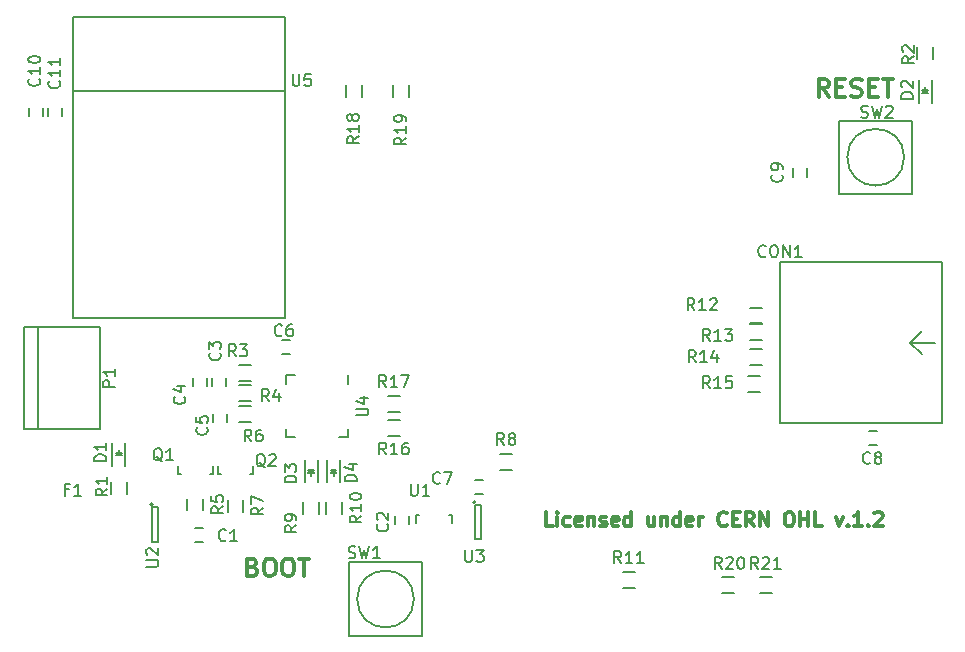
<source format=gto>
G04 #@! TF.GenerationSoftware,KiCad,Pcbnew,5.0.2-bee76a0~70~ubuntu18.04.1*
G04 #@! TF.CreationDate,2018-12-12T07:55:55+01:00*
G04 #@! TF.ProjectId,esp32-arduino,65737033-322d-4617-9264-75696e6f2e6b,1.0*
G04 #@! TF.SameCoordinates,Original*
G04 #@! TF.FileFunction,Legend,Top*
G04 #@! TF.FilePolarity,Positive*
%FSLAX46Y46*%
G04 Gerber Fmt 4.6, Leading zero omitted, Abs format (unit mm)*
G04 Created by KiCad (PCBNEW 5.0.2-bee76a0~70~ubuntu18.04.1) date Mi 12 Dez 2018 07:55:55 CET*
%MOMM*%
%LPD*%
G01*
G04 APERTURE LIST*
%ADD10C,0.300000*%
%ADD11C,0.150000*%
G04 APERTURE END LIST*
D10*
X64664285Y-123592857D02*
X64878571Y-123664285D01*
X64950000Y-123735714D01*
X65021428Y-123878571D01*
X65021428Y-124092857D01*
X64950000Y-124235714D01*
X64878571Y-124307142D01*
X64735714Y-124378571D01*
X64164285Y-124378571D01*
X64164285Y-122878571D01*
X64664285Y-122878571D01*
X64807142Y-122950000D01*
X64878571Y-123021428D01*
X64950000Y-123164285D01*
X64950000Y-123307142D01*
X64878571Y-123450000D01*
X64807142Y-123521428D01*
X64664285Y-123592857D01*
X64164285Y-123592857D01*
X65950000Y-122878571D02*
X66235714Y-122878571D01*
X66378571Y-122950000D01*
X66521428Y-123092857D01*
X66592857Y-123378571D01*
X66592857Y-123878571D01*
X66521428Y-124164285D01*
X66378571Y-124307142D01*
X66235714Y-124378571D01*
X65950000Y-124378571D01*
X65807142Y-124307142D01*
X65664285Y-124164285D01*
X65592857Y-123878571D01*
X65592857Y-123378571D01*
X65664285Y-123092857D01*
X65807142Y-122950000D01*
X65950000Y-122878571D01*
X67521428Y-122878571D02*
X67807142Y-122878571D01*
X67950000Y-122950000D01*
X68092857Y-123092857D01*
X68164285Y-123378571D01*
X68164285Y-123878571D01*
X68092857Y-124164285D01*
X67950000Y-124307142D01*
X67807142Y-124378571D01*
X67521428Y-124378571D01*
X67378571Y-124307142D01*
X67235714Y-124164285D01*
X67164285Y-123878571D01*
X67164285Y-123378571D01*
X67235714Y-123092857D01*
X67378571Y-122950000D01*
X67521428Y-122878571D01*
X68592857Y-122878571D02*
X69450000Y-122878571D01*
X69021428Y-124378571D02*
X69021428Y-122878571D01*
X113421428Y-83778571D02*
X112921428Y-83064285D01*
X112564285Y-83778571D02*
X112564285Y-82278571D01*
X113135714Y-82278571D01*
X113278571Y-82350000D01*
X113350000Y-82421428D01*
X113421428Y-82564285D01*
X113421428Y-82778571D01*
X113350000Y-82921428D01*
X113278571Y-82992857D01*
X113135714Y-83064285D01*
X112564285Y-83064285D01*
X114064285Y-82992857D02*
X114564285Y-82992857D01*
X114778571Y-83778571D02*
X114064285Y-83778571D01*
X114064285Y-82278571D01*
X114778571Y-82278571D01*
X115350000Y-83707142D02*
X115564285Y-83778571D01*
X115921428Y-83778571D01*
X116064285Y-83707142D01*
X116135714Y-83635714D01*
X116207142Y-83492857D01*
X116207142Y-83350000D01*
X116135714Y-83207142D01*
X116064285Y-83135714D01*
X115921428Y-83064285D01*
X115635714Y-82992857D01*
X115492857Y-82921428D01*
X115421428Y-82850000D01*
X115350000Y-82707142D01*
X115350000Y-82564285D01*
X115421428Y-82421428D01*
X115492857Y-82350000D01*
X115635714Y-82278571D01*
X115992857Y-82278571D01*
X116207142Y-82350000D01*
X116850000Y-82992857D02*
X117350000Y-82992857D01*
X117564285Y-83778571D02*
X116850000Y-83778571D01*
X116850000Y-82278571D01*
X117564285Y-82278571D01*
X117992857Y-82278571D02*
X118850000Y-82278571D01*
X118421428Y-83778571D02*
X118421428Y-82278571D01*
X90042857Y-120142857D02*
X89471428Y-120142857D01*
X89471428Y-118942857D01*
X90442857Y-120142857D02*
X90442857Y-119342857D01*
X90442857Y-118942857D02*
X90385714Y-119000000D01*
X90442857Y-119057142D01*
X90500000Y-119000000D01*
X90442857Y-118942857D01*
X90442857Y-119057142D01*
X91528571Y-120085714D02*
X91414285Y-120142857D01*
X91185714Y-120142857D01*
X91071428Y-120085714D01*
X91014285Y-120028571D01*
X90957142Y-119914285D01*
X90957142Y-119571428D01*
X91014285Y-119457142D01*
X91071428Y-119400000D01*
X91185714Y-119342857D01*
X91414285Y-119342857D01*
X91528571Y-119400000D01*
X92500000Y-120085714D02*
X92385714Y-120142857D01*
X92157142Y-120142857D01*
X92042857Y-120085714D01*
X91985714Y-119971428D01*
X91985714Y-119514285D01*
X92042857Y-119400000D01*
X92157142Y-119342857D01*
X92385714Y-119342857D01*
X92500000Y-119400000D01*
X92557142Y-119514285D01*
X92557142Y-119628571D01*
X91985714Y-119742857D01*
X93071428Y-119342857D02*
X93071428Y-120142857D01*
X93071428Y-119457142D02*
X93128571Y-119400000D01*
X93242857Y-119342857D01*
X93414285Y-119342857D01*
X93528571Y-119400000D01*
X93585714Y-119514285D01*
X93585714Y-120142857D01*
X94100000Y-120085714D02*
X94214285Y-120142857D01*
X94442857Y-120142857D01*
X94557142Y-120085714D01*
X94614285Y-119971428D01*
X94614285Y-119914285D01*
X94557142Y-119800000D01*
X94442857Y-119742857D01*
X94271428Y-119742857D01*
X94157142Y-119685714D01*
X94100000Y-119571428D01*
X94100000Y-119514285D01*
X94157142Y-119400000D01*
X94271428Y-119342857D01*
X94442857Y-119342857D01*
X94557142Y-119400000D01*
X95585714Y-120085714D02*
X95471428Y-120142857D01*
X95242857Y-120142857D01*
X95128571Y-120085714D01*
X95071428Y-119971428D01*
X95071428Y-119514285D01*
X95128571Y-119400000D01*
X95242857Y-119342857D01*
X95471428Y-119342857D01*
X95585714Y-119400000D01*
X95642857Y-119514285D01*
X95642857Y-119628571D01*
X95071428Y-119742857D01*
X96671428Y-120142857D02*
X96671428Y-118942857D01*
X96671428Y-120085714D02*
X96557142Y-120142857D01*
X96328571Y-120142857D01*
X96214285Y-120085714D01*
X96157142Y-120028571D01*
X96100000Y-119914285D01*
X96100000Y-119571428D01*
X96157142Y-119457142D01*
X96214285Y-119400000D01*
X96328571Y-119342857D01*
X96557142Y-119342857D01*
X96671428Y-119400000D01*
X98671428Y-119342857D02*
X98671428Y-120142857D01*
X98157142Y-119342857D02*
X98157142Y-119971428D01*
X98214285Y-120085714D01*
X98328571Y-120142857D01*
X98500000Y-120142857D01*
X98614285Y-120085714D01*
X98671428Y-120028571D01*
X99242857Y-119342857D02*
X99242857Y-120142857D01*
X99242857Y-119457142D02*
X99300000Y-119400000D01*
X99414285Y-119342857D01*
X99585714Y-119342857D01*
X99700000Y-119400000D01*
X99757142Y-119514285D01*
X99757142Y-120142857D01*
X100842857Y-120142857D02*
X100842857Y-118942857D01*
X100842857Y-120085714D02*
X100728571Y-120142857D01*
X100500000Y-120142857D01*
X100385714Y-120085714D01*
X100328571Y-120028571D01*
X100271428Y-119914285D01*
X100271428Y-119571428D01*
X100328571Y-119457142D01*
X100385714Y-119400000D01*
X100500000Y-119342857D01*
X100728571Y-119342857D01*
X100842857Y-119400000D01*
X101871428Y-120085714D02*
X101757142Y-120142857D01*
X101528571Y-120142857D01*
X101414285Y-120085714D01*
X101357142Y-119971428D01*
X101357142Y-119514285D01*
X101414285Y-119400000D01*
X101528571Y-119342857D01*
X101757142Y-119342857D01*
X101871428Y-119400000D01*
X101928571Y-119514285D01*
X101928571Y-119628571D01*
X101357142Y-119742857D01*
X102442857Y-120142857D02*
X102442857Y-119342857D01*
X102442857Y-119571428D02*
X102500000Y-119457142D01*
X102557142Y-119400000D01*
X102671428Y-119342857D01*
X102785714Y-119342857D01*
X104785714Y-120028571D02*
X104728571Y-120085714D01*
X104557142Y-120142857D01*
X104442857Y-120142857D01*
X104271428Y-120085714D01*
X104157142Y-119971428D01*
X104100000Y-119857142D01*
X104042857Y-119628571D01*
X104042857Y-119457142D01*
X104100000Y-119228571D01*
X104157142Y-119114285D01*
X104271428Y-119000000D01*
X104442857Y-118942857D01*
X104557142Y-118942857D01*
X104728571Y-119000000D01*
X104785714Y-119057142D01*
X105300000Y-119514285D02*
X105700000Y-119514285D01*
X105871428Y-120142857D02*
X105300000Y-120142857D01*
X105300000Y-118942857D01*
X105871428Y-118942857D01*
X107071428Y-120142857D02*
X106671428Y-119571428D01*
X106385714Y-120142857D02*
X106385714Y-118942857D01*
X106842857Y-118942857D01*
X106957142Y-119000000D01*
X107014285Y-119057142D01*
X107071428Y-119171428D01*
X107071428Y-119342857D01*
X107014285Y-119457142D01*
X106957142Y-119514285D01*
X106842857Y-119571428D01*
X106385714Y-119571428D01*
X107585714Y-120142857D02*
X107585714Y-118942857D01*
X108271428Y-120142857D01*
X108271428Y-118942857D01*
X109985714Y-118942857D02*
X110214285Y-118942857D01*
X110328571Y-119000000D01*
X110442857Y-119114285D01*
X110500000Y-119342857D01*
X110500000Y-119742857D01*
X110442857Y-119971428D01*
X110328571Y-120085714D01*
X110214285Y-120142857D01*
X109985714Y-120142857D01*
X109871428Y-120085714D01*
X109757142Y-119971428D01*
X109700000Y-119742857D01*
X109700000Y-119342857D01*
X109757142Y-119114285D01*
X109871428Y-119000000D01*
X109985714Y-118942857D01*
X111014285Y-120142857D02*
X111014285Y-118942857D01*
X111014285Y-119514285D02*
X111700000Y-119514285D01*
X111700000Y-120142857D02*
X111700000Y-118942857D01*
X112842857Y-120142857D02*
X112271428Y-120142857D01*
X112271428Y-118942857D01*
X114042857Y-119342857D02*
X114328571Y-120142857D01*
X114614285Y-119342857D01*
X115071428Y-120028571D02*
X115128571Y-120085714D01*
X115071428Y-120142857D01*
X115014285Y-120085714D01*
X115071428Y-120028571D01*
X115071428Y-120142857D01*
X116271428Y-120142857D02*
X115585714Y-120142857D01*
X115928571Y-120142857D02*
X115928571Y-118942857D01*
X115814285Y-119114285D01*
X115700000Y-119228571D01*
X115585714Y-119285714D01*
X116785714Y-120028571D02*
X116842857Y-120085714D01*
X116785714Y-120142857D01*
X116728571Y-120085714D01*
X116785714Y-120028571D01*
X116785714Y-120142857D01*
X117300000Y-119057142D02*
X117357142Y-119000000D01*
X117471428Y-118942857D01*
X117757142Y-118942857D01*
X117871428Y-119000000D01*
X117928571Y-119057142D01*
X117985714Y-119171428D01*
X117985714Y-119285714D01*
X117928571Y-119457142D01*
X117242857Y-120142857D01*
X117985714Y-120142857D01*
D11*
G04 #@! TO.C,C6*
X67150000Y-104400000D02*
X67850000Y-104400000D01*
X67850000Y-105600000D02*
X67150000Y-105600000D01*
G04 #@! TO.C,C1*
X60450000Y-121500000D02*
X59750000Y-121500000D01*
X59750000Y-120300000D02*
X60450000Y-120300000D01*
G04 #@! TO.C,C2*
X76700000Y-119950000D02*
X76700000Y-119250000D01*
X77900000Y-119250000D02*
X77900000Y-119950000D01*
G04 #@! TO.C,R1*
X52625000Y-117400000D02*
X52625000Y-116400000D01*
X53975000Y-116400000D02*
X53975000Y-117400000D01*
G04 #@! TO.C,R2*
X120925000Y-80600000D02*
X120925000Y-79600000D01*
X122275000Y-79600000D02*
X122275000Y-80600000D01*
G04 #@! TO.C,C3*
X61200000Y-108250000D02*
X61200000Y-107550000D01*
X62400000Y-107550000D02*
X62400000Y-108250000D01*
G04 #@! TO.C,C4*
X59600000Y-108250000D02*
X59600000Y-107550000D01*
X60800000Y-107550000D02*
X60800000Y-108250000D01*
G04 #@! TO.C,C10*
X46900000Y-84750000D02*
X46900000Y-85450000D01*
X45700000Y-85450000D02*
X45700000Y-84750000D01*
G04 #@! TO.C,C11*
X48500000Y-84700000D02*
X48500000Y-85400000D01*
X47300000Y-85400000D02*
X47300000Y-84700000D01*
G04 #@! TO.C,D1*
X53550000Y-113900000D02*
X53300000Y-114150000D01*
X53050000Y-113900000D02*
X53550000Y-113900000D01*
X53300000Y-114150000D02*
X53050000Y-113900000D01*
X53050000Y-114150000D02*
X53550000Y-114150000D01*
X53300000Y-114100000D02*
X53300000Y-113650000D01*
X52750000Y-115000000D02*
X52750000Y-113100000D01*
X53850000Y-115000000D02*
X53850000Y-113100000D01*
G04 #@! TO.C,U2*
X56150000Y-118550000D02*
X56150000Y-121450000D01*
X56150000Y-121450000D02*
X56650000Y-121450000D01*
X56650000Y-121450000D02*
X56650000Y-118550000D01*
X56650000Y-118550000D02*
X56150000Y-118550000D01*
X56200000Y-118300000D02*
G75*
G03X56200000Y-118300000I-100000J0D01*
G01*
G04 #@! TO.C,C5*
X62500000Y-110650000D02*
X62500000Y-111350000D01*
X61300000Y-111350000D02*
X61300000Y-110650000D01*
G04 #@! TO.C,C7*
X83450000Y-116200000D02*
X84150000Y-116200000D01*
X84150000Y-117400000D02*
X83450000Y-117400000D01*
G04 #@! TO.C,C8*
X117550000Y-113300000D02*
X116850000Y-113300000D01*
X116850000Y-112100000D02*
X117550000Y-112100000D01*
G04 #@! TO.C,C9*
X111600000Y-89850000D02*
X111600000Y-90550000D01*
X110400000Y-90550000D02*
X110400000Y-89850000D01*
G04 #@! TO.C,D2*
X121850000Y-83200000D02*
X121600000Y-83450000D01*
X121350000Y-83200000D02*
X121850000Y-83200000D01*
X121600000Y-83450000D02*
X121350000Y-83200000D01*
X121350000Y-83450000D02*
X121850000Y-83450000D01*
X121600000Y-83400000D02*
X121600000Y-82950000D01*
X121050000Y-84300000D02*
X121050000Y-82400000D01*
X122150000Y-84300000D02*
X122150000Y-82400000D01*
G04 #@! TO.C,D3*
X69350000Y-115600000D02*
X69600000Y-115350000D01*
X69850000Y-115600000D02*
X69350000Y-115600000D01*
X69600000Y-115350000D02*
X69850000Y-115600000D01*
X69850000Y-115350000D02*
X69350000Y-115350000D01*
X69600000Y-115400000D02*
X69600000Y-115850000D01*
X70150000Y-114500000D02*
X70150000Y-116400000D01*
X69050000Y-114500000D02*
X69050000Y-116400000D01*
G04 #@! TO.C,D4*
X71250000Y-115600000D02*
X71500000Y-115350000D01*
X71750000Y-115600000D02*
X71250000Y-115600000D01*
X71500000Y-115350000D02*
X71750000Y-115600000D01*
X71750000Y-115350000D02*
X71250000Y-115350000D01*
X71500000Y-115400000D02*
X71500000Y-115850000D01*
X72050000Y-114500000D02*
X72050000Y-116400000D01*
X70950000Y-114500000D02*
X70950000Y-116400000D01*
G04 #@! TO.C,P1*
X45282540Y-103249100D02*
X51687540Y-103249100D01*
X46512540Y-111949100D02*
X46512540Y-103249100D01*
X51687540Y-111949100D02*
X45282540Y-111949100D01*
X51687540Y-103249100D02*
X51687540Y-111949100D01*
X45282540Y-103249100D02*
X45282540Y-111949100D01*
G04 #@! TO.C,R3*
X64500000Y-107875000D02*
X63500000Y-107875000D01*
X63500000Y-106525000D02*
X64500000Y-106525000D01*
G04 #@! TO.C,R4*
X63500000Y-108225000D02*
X64500000Y-108225000D01*
X64500000Y-109575000D02*
X63500000Y-109575000D01*
G04 #@! TO.C,R5*
X60475000Y-117800000D02*
X60475000Y-118800000D01*
X59125000Y-118800000D02*
X59125000Y-117800000D01*
G04 #@! TO.C,R6*
X64500000Y-111275000D02*
X63500000Y-111275000D01*
X63500000Y-109925000D02*
X64500000Y-109925000D01*
G04 #@! TO.C,R7*
X63875000Y-117900000D02*
X63875000Y-118900000D01*
X62525000Y-118900000D02*
X62525000Y-117900000D01*
G04 #@! TO.C,R8*
X86600000Y-115375000D02*
X85600000Y-115375000D01*
X85600000Y-114025000D02*
X86600000Y-114025000D01*
G04 #@! TO.C,R9*
X70275000Y-118100000D02*
X70275000Y-119100000D01*
X68925000Y-119100000D02*
X68925000Y-118100000D01*
G04 #@! TO.C,R10*
X72175000Y-118100000D02*
X72175000Y-119100000D01*
X70825000Y-119100000D02*
X70825000Y-118100000D01*
G04 #@! TO.C,R11*
X96000000Y-124025000D02*
X97000000Y-124025000D01*
X97000000Y-125375000D02*
X96000000Y-125375000D01*
G04 #@! TO.C,U4*
X72725000Y-112625000D02*
X72725000Y-111875000D01*
X67475000Y-112625000D02*
X67475000Y-111875000D01*
X67475000Y-107375000D02*
X67475000Y-108125000D01*
X72725000Y-107375000D02*
X72725000Y-108125000D01*
X67475000Y-112625000D02*
X68225000Y-112625000D01*
X67475000Y-107375000D02*
X68225000Y-107375000D01*
X72725000Y-112625000D02*
X71975000Y-112625000D01*
G04 #@! TO.C,U5*
X49400000Y-83300000D02*
X67400000Y-83300000D01*
X49400000Y-102500000D02*
X49400000Y-77000000D01*
X67400000Y-102500000D02*
X49400000Y-102500000D01*
X67400000Y-77000000D02*
X67400000Y-102500000D01*
X49400000Y-77000000D02*
X67400000Y-77000000D01*
G04 #@! TO.C,Q1*
X58300180Y-115750240D02*
X58300180Y-115049200D01*
X58500840Y-115750240D02*
X58300180Y-115750240D01*
X61299820Y-115750240D02*
X61050900Y-115750240D01*
X61299820Y-115049200D02*
X61299820Y-115750240D01*
X58500840Y-115750240D02*
X58549100Y-115750240D01*
G04 #@! TO.C,Q2*
X61700180Y-115750240D02*
X61700180Y-115049200D01*
X61900840Y-115750240D02*
X61700180Y-115750240D01*
X64699820Y-115750240D02*
X64450900Y-115750240D01*
X64699820Y-115049200D02*
X64699820Y-115750240D01*
X61900840Y-115750240D02*
X61949100Y-115750240D01*
G04 #@! TO.C,U1*
X81499820Y-119149760D02*
X81499820Y-119850800D01*
X81299160Y-119149760D02*
X81499820Y-119149760D01*
X78500180Y-119149760D02*
X78749100Y-119149760D01*
X78500180Y-119850800D02*
X78500180Y-119149760D01*
X81299160Y-119149760D02*
X81250900Y-119149760D01*
G04 #@! TO.C,U3*
X83450000Y-118350000D02*
X83450000Y-121250000D01*
X83450000Y-121250000D02*
X83950000Y-121250000D01*
X83950000Y-121250000D02*
X83950000Y-118350000D01*
X83950000Y-118350000D02*
X83450000Y-118350000D01*
X83500000Y-118100000D02*
G75*
G03X83500000Y-118100000I-100000J0D01*
G01*
G04 #@! TO.C,SW1*
X78304163Y-126300000D02*
G75*
G03X78304163Y-126300000I-2404163J0D01*
G01*
X72800000Y-129400000D02*
X72800000Y-123200000D01*
X79000000Y-129400000D02*
X72800000Y-129400000D01*
X79000000Y-123200000D02*
X79000000Y-129400000D01*
X72800000Y-123200000D02*
X79000000Y-123200000D01*
G04 #@! TO.C,SW2*
X119804163Y-88900000D02*
G75*
G03X119804163Y-88900000I-2404163J0D01*
G01*
X114300000Y-92000000D02*
X114300000Y-85800000D01*
X120500000Y-92000000D02*
X114300000Y-92000000D01*
X120500000Y-85800000D02*
X120500000Y-92000000D01*
X114300000Y-85800000D02*
X120500000Y-85800000D01*
G04 #@! TO.C,CON1*
X121300000Y-105600000D02*
X120300000Y-104600000D01*
X120300000Y-104600000D02*
X121300000Y-103600000D01*
X122400000Y-104600000D02*
X120300000Y-104600000D01*
X123000000Y-111400000D02*
X109400000Y-111400000D01*
X123000000Y-97800000D02*
X123000000Y-111400000D01*
X109300000Y-97800000D02*
X123000000Y-97800000D01*
X109300000Y-111400000D02*
X109300000Y-97800000D01*
G04 #@! TO.C,R12*
X106800000Y-101625000D02*
X107800000Y-101625000D01*
X107800000Y-102975000D02*
X106800000Y-102975000D01*
G04 #@! TO.C,R13*
X107800000Y-104375000D02*
X106800000Y-104375000D01*
X106800000Y-103025000D02*
X107800000Y-103025000D01*
G04 #@! TO.C,R14*
X106800000Y-105125000D02*
X107800000Y-105125000D01*
X107800000Y-106475000D02*
X106800000Y-106475000D01*
G04 #@! TO.C,R15*
X107600000Y-108775000D02*
X106600000Y-108775000D01*
X106600000Y-107425000D02*
X107600000Y-107425000D01*
G04 #@! TO.C,R16*
X77100000Y-112475000D02*
X76100000Y-112475000D01*
X76100000Y-111125000D02*
X77100000Y-111125000D01*
G04 #@! TO.C,R17*
X76100000Y-109125000D02*
X77100000Y-109125000D01*
X77100000Y-110475000D02*
X76100000Y-110475000D01*
G04 #@! TO.C,R18*
X72525000Y-83800000D02*
X72525000Y-82800000D01*
X73875000Y-82800000D02*
X73875000Y-83800000D01*
G04 #@! TO.C,R19*
X77875000Y-82800000D02*
X77875000Y-83800000D01*
X76525000Y-83800000D02*
X76525000Y-82800000D01*
G04 #@! TO.C,R20*
X104400000Y-124425000D02*
X105400000Y-124425000D01*
X105400000Y-125775000D02*
X104400000Y-125775000D01*
G04 #@! TO.C,R21*
X108600000Y-125775000D02*
X107600000Y-125775000D01*
X107600000Y-124425000D02*
X108600000Y-124425000D01*
G04 #@! TO.C,C6*
X67133333Y-103957142D02*
X67085714Y-104004761D01*
X66942857Y-104052380D01*
X66847619Y-104052380D01*
X66704761Y-104004761D01*
X66609523Y-103909523D01*
X66561904Y-103814285D01*
X66514285Y-103623809D01*
X66514285Y-103480952D01*
X66561904Y-103290476D01*
X66609523Y-103195238D01*
X66704761Y-103100000D01*
X66847619Y-103052380D01*
X66942857Y-103052380D01*
X67085714Y-103100000D01*
X67133333Y-103147619D01*
X67990476Y-103052380D02*
X67800000Y-103052380D01*
X67704761Y-103100000D01*
X67657142Y-103147619D01*
X67561904Y-103290476D01*
X67514285Y-103480952D01*
X67514285Y-103861904D01*
X67561904Y-103957142D01*
X67609523Y-104004761D01*
X67704761Y-104052380D01*
X67895238Y-104052380D01*
X67990476Y-104004761D01*
X68038095Y-103957142D01*
X68085714Y-103861904D01*
X68085714Y-103623809D01*
X68038095Y-103528571D01*
X67990476Y-103480952D01*
X67895238Y-103433333D01*
X67704761Y-103433333D01*
X67609523Y-103480952D01*
X67561904Y-103528571D01*
X67514285Y-103623809D01*
G04 #@! TO.C,C1*
X62383333Y-121307142D02*
X62335714Y-121354761D01*
X62192857Y-121402380D01*
X62097619Y-121402380D01*
X61954761Y-121354761D01*
X61859523Y-121259523D01*
X61811904Y-121164285D01*
X61764285Y-120973809D01*
X61764285Y-120830952D01*
X61811904Y-120640476D01*
X61859523Y-120545238D01*
X61954761Y-120450000D01*
X62097619Y-120402380D01*
X62192857Y-120402380D01*
X62335714Y-120450000D01*
X62383333Y-120497619D01*
X63335714Y-121402380D02*
X62764285Y-121402380D01*
X63050000Y-121402380D02*
X63050000Y-120402380D01*
X62954761Y-120545238D01*
X62859523Y-120640476D01*
X62764285Y-120688095D01*
G04 #@! TO.C,C2*
X76057142Y-119966666D02*
X76104761Y-120014285D01*
X76152380Y-120157142D01*
X76152380Y-120252380D01*
X76104761Y-120395238D01*
X76009523Y-120490476D01*
X75914285Y-120538095D01*
X75723809Y-120585714D01*
X75580952Y-120585714D01*
X75390476Y-120538095D01*
X75295238Y-120490476D01*
X75200000Y-120395238D01*
X75152380Y-120252380D01*
X75152380Y-120157142D01*
X75200000Y-120014285D01*
X75247619Y-119966666D01*
X75247619Y-119585714D02*
X75200000Y-119538095D01*
X75152380Y-119442857D01*
X75152380Y-119204761D01*
X75200000Y-119109523D01*
X75247619Y-119061904D01*
X75342857Y-119014285D01*
X75438095Y-119014285D01*
X75580952Y-119061904D01*
X76152380Y-119633333D01*
X76152380Y-119014285D01*
G04 #@! TO.C,R1*
X52352380Y-116966666D02*
X51876190Y-117300000D01*
X52352380Y-117538095D02*
X51352380Y-117538095D01*
X51352380Y-117157142D01*
X51400000Y-117061904D01*
X51447619Y-117014285D01*
X51542857Y-116966666D01*
X51685714Y-116966666D01*
X51780952Y-117014285D01*
X51828571Y-117061904D01*
X51876190Y-117157142D01*
X51876190Y-117538095D01*
X52352380Y-116014285D02*
X52352380Y-116585714D01*
X52352380Y-116300000D02*
X51352380Y-116300000D01*
X51495238Y-116395238D01*
X51590476Y-116490476D01*
X51638095Y-116585714D01*
G04 #@! TO.C,R2*
X120652380Y-80366666D02*
X120176190Y-80700000D01*
X120652380Y-80938095D02*
X119652380Y-80938095D01*
X119652380Y-80557142D01*
X119700000Y-80461904D01*
X119747619Y-80414285D01*
X119842857Y-80366666D01*
X119985714Y-80366666D01*
X120080952Y-80414285D01*
X120128571Y-80461904D01*
X120176190Y-80557142D01*
X120176190Y-80938095D01*
X119747619Y-79985714D02*
X119700000Y-79938095D01*
X119652380Y-79842857D01*
X119652380Y-79604761D01*
X119700000Y-79509523D01*
X119747619Y-79461904D01*
X119842857Y-79414285D01*
X119938095Y-79414285D01*
X120080952Y-79461904D01*
X120652380Y-80033333D01*
X120652380Y-79414285D01*
G04 #@! TO.C,C3*
X61857142Y-105466666D02*
X61904761Y-105514285D01*
X61952380Y-105657142D01*
X61952380Y-105752380D01*
X61904761Y-105895238D01*
X61809523Y-105990476D01*
X61714285Y-106038095D01*
X61523809Y-106085714D01*
X61380952Y-106085714D01*
X61190476Y-106038095D01*
X61095238Y-105990476D01*
X61000000Y-105895238D01*
X60952380Y-105752380D01*
X60952380Y-105657142D01*
X61000000Y-105514285D01*
X61047619Y-105466666D01*
X60952380Y-105133333D02*
X60952380Y-104514285D01*
X61333333Y-104847619D01*
X61333333Y-104704761D01*
X61380952Y-104609523D01*
X61428571Y-104561904D01*
X61523809Y-104514285D01*
X61761904Y-104514285D01*
X61857142Y-104561904D01*
X61904761Y-104609523D01*
X61952380Y-104704761D01*
X61952380Y-104990476D01*
X61904761Y-105085714D01*
X61857142Y-105133333D01*
G04 #@! TO.C,C4*
X58857142Y-109166666D02*
X58904761Y-109214285D01*
X58952380Y-109357142D01*
X58952380Y-109452380D01*
X58904761Y-109595238D01*
X58809523Y-109690476D01*
X58714285Y-109738095D01*
X58523809Y-109785714D01*
X58380952Y-109785714D01*
X58190476Y-109738095D01*
X58095238Y-109690476D01*
X58000000Y-109595238D01*
X57952380Y-109452380D01*
X57952380Y-109357142D01*
X58000000Y-109214285D01*
X58047619Y-109166666D01*
X58285714Y-108309523D02*
X58952380Y-108309523D01*
X57904761Y-108547619D02*
X58619047Y-108785714D01*
X58619047Y-108166666D01*
G04 #@! TO.C,C10*
X46557142Y-82242857D02*
X46604761Y-82290476D01*
X46652380Y-82433333D01*
X46652380Y-82528571D01*
X46604761Y-82671428D01*
X46509523Y-82766666D01*
X46414285Y-82814285D01*
X46223809Y-82861904D01*
X46080952Y-82861904D01*
X45890476Y-82814285D01*
X45795238Y-82766666D01*
X45700000Y-82671428D01*
X45652380Y-82528571D01*
X45652380Y-82433333D01*
X45700000Y-82290476D01*
X45747619Y-82242857D01*
X46652380Y-81290476D02*
X46652380Y-81861904D01*
X46652380Y-81576190D02*
X45652380Y-81576190D01*
X45795238Y-81671428D01*
X45890476Y-81766666D01*
X45938095Y-81861904D01*
X45652380Y-80671428D02*
X45652380Y-80576190D01*
X45700000Y-80480952D01*
X45747619Y-80433333D01*
X45842857Y-80385714D01*
X46033333Y-80338095D01*
X46271428Y-80338095D01*
X46461904Y-80385714D01*
X46557142Y-80433333D01*
X46604761Y-80480952D01*
X46652380Y-80576190D01*
X46652380Y-80671428D01*
X46604761Y-80766666D01*
X46557142Y-80814285D01*
X46461904Y-80861904D01*
X46271428Y-80909523D01*
X46033333Y-80909523D01*
X45842857Y-80861904D01*
X45747619Y-80814285D01*
X45700000Y-80766666D01*
X45652380Y-80671428D01*
G04 #@! TO.C,C11*
X48257142Y-82442857D02*
X48304761Y-82490476D01*
X48352380Y-82633333D01*
X48352380Y-82728571D01*
X48304761Y-82871428D01*
X48209523Y-82966666D01*
X48114285Y-83014285D01*
X47923809Y-83061904D01*
X47780952Y-83061904D01*
X47590476Y-83014285D01*
X47495238Y-82966666D01*
X47400000Y-82871428D01*
X47352380Y-82728571D01*
X47352380Y-82633333D01*
X47400000Y-82490476D01*
X47447619Y-82442857D01*
X48352380Y-81490476D02*
X48352380Y-82061904D01*
X48352380Y-81776190D02*
X47352380Y-81776190D01*
X47495238Y-81871428D01*
X47590476Y-81966666D01*
X47638095Y-82061904D01*
X48352380Y-80538095D02*
X48352380Y-81109523D01*
X48352380Y-80823809D02*
X47352380Y-80823809D01*
X47495238Y-80919047D01*
X47590476Y-81014285D01*
X47638095Y-81109523D01*
G04 #@! TO.C,D1*
X52252380Y-114638095D02*
X51252380Y-114638095D01*
X51252380Y-114400000D01*
X51300000Y-114257142D01*
X51395238Y-114161904D01*
X51490476Y-114114285D01*
X51680952Y-114066666D01*
X51823809Y-114066666D01*
X52014285Y-114114285D01*
X52109523Y-114161904D01*
X52204761Y-114257142D01*
X52252380Y-114400000D01*
X52252380Y-114638095D01*
X52252380Y-113114285D02*
X52252380Y-113685714D01*
X52252380Y-113400000D02*
X51252380Y-113400000D01*
X51395238Y-113495238D01*
X51490476Y-113590476D01*
X51538095Y-113685714D01*
G04 #@! TO.C,U2*
X55652380Y-123561904D02*
X56461904Y-123561904D01*
X56557142Y-123514285D01*
X56604761Y-123466666D01*
X56652380Y-123371428D01*
X56652380Y-123180952D01*
X56604761Y-123085714D01*
X56557142Y-123038095D01*
X56461904Y-122990476D01*
X55652380Y-122990476D01*
X55747619Y-122561904D02*
X55700000Y-122514285D01*
X55652380Y-122419047D01*
X55652380Y-122180952D01*
X55700000Y-122085714D01*
X55747619Y-122038095D01*
X55842857Y-121990476D01*
X55938095Y-121990476D01*
X56080952Y-122038095D01*
X56652380Y-122609523D01*
X56652380Y-121990476D01*
G04 #@! TO.C,C5*
X60757142Y-111766666D02*
X60804761Y-111814285D01*
X60852380Y-111957142D01*
X60852380Y-112052380D01*
X60804761Y-112195238D01*
X60709523Y-112290476D01*
X60614285Y-112338095D01*
X60423809Y-112385714D01*
X60280952Y-112385714D01*
X60090476Y-112338095D01*
X59995238Y-112290476D01*
X59900000Y-112195238D01*
X59852380Y-112052380D01*
X59852380Y-111957142D01*
X59900000Y-111814285D01*
X59947619Y-111766666D01*
X59852380Y-110861904D02*
X59852380Y-111338095D01*
X60328571Y-111385714D01*
X60280952Y-111338095D01*
X60233333Y-111242857D01*
X60233333Y-111004761D01*
X60280952Y-110909523D01*
X60328571Y-110861904D01*
X60423809Y-110814285D01*
X60661904Y-110814285D01*
X60757142Y-110861904D01*
X60804761Y-110909523D01*
X60852380Y-111004761D01*
X60852380Y-111242857D01*
X60804761Y-111338095D01*
X60757142Y-111385714D01*
G04 #@! TO.C,C7*
X80533333Y-116457142D02*
X80485714Y-116504761D01*
X80342857Y-116552380D01*
X80247619Y-116552380D01*
X80104761Y-116504761D01*
X80009523Y-116409523D01*
X79961904Y-116314285D01*
X79914285Y-116123809D01*
X79914285Y-115980952D01*
X79961904Y-115790476D01*
X80009523Y-115695238D01*
X80104761Y-115600000D01*
X80247619Y-115552380D01*
X80342857Y-115552380D01*
X80485714Y-115600000D01*
X80533333Y-115647619D01*
X80866666Y-115552380D02*
X81533333Y-115552380D01*
X81104761Y-116552380D01*
G04 #@! TO.C,C8*
X116933333Y-114757142D02*
X116885714Y-114804761D01*
X116742857Y-114852380D01*
X116647619Y-114852380D01*
X116504761Y-114804761D01*
X116409523Y-114709523D01*
X116361904Y-114614285D01*
X116314285Y-114423809D01*
X116314285Y-114280952D01*
X116361904Y-114090476D01*
X116409523Y-113995238D01*
X116504761Y-113900000D01*
X116647619Y-113852380D01*
X116742857Y-113852380D01*
X116885714Y-113900000D01*
X116933333Y-113947619D01*
X117504761Y-114280952D02*
X117409523Y-114233333D01*
X117361904Y-114185714D01*
X117314285Y-114090476D01*
X117314285Y-114042857D01*
X117361904Y-113947619D01*
X117409523Y-113900000D01*
X117504761Y-113852380D01*
X117695238Y-113852380D01*
X117790476Y-113900000D01*
X117838095Y-113947619D01*
X117885714Y-114042857D01*
X117885714Y-114090476D01*
X117838095Y-114185714D01*
X117790476Y-114233333D01*
X117695238Y-114280952D01*
X117504761Y-114280952D01*
X117409523Y-114328571D01*
X117361904Y-114376190D01*
X117314285Y-114471428D01*
X117314285Y-114661904D01*
X117361904Y-114757142D01*
X117409523Y-114804761D01*
X117504761Y-114852380D01*
X117695238Y-114852380D01*
X117790476Y-114804761D01*
X117838095Y-114757142D01*
X117885714Y-114661904D01*
X117885714Y-114471428D01*
X117838095Y-114376190D01*
X117790476Y-114328571D01*
X117695238Y-114280952D01*
G04 #@! TO.C,C9*
X109457142Y-90366666D02*
X109504761Y-90414285D01*
X109552380Y-90557142D01*
X109552380Y-90652380D01*
X109504761Y-90795238D01*
X109409523Y-90890476D01*
X109314285Y-90938095D01*
X109123809Y-90985714D01*
X108980952Y-90985714D01*
X108790476Y-90938095D01*
X108695238Y-90890476D01*
X108600000Y-90795238D01*
X108552380Y-90652380D01*
X108552380Y-90557142D01*
X108600000Y-90414285D01*
X108647619Y-90366666D01*
X109552380Y-89890476D02*
X109552380Y-89700000D01*
X109504761Y-89604761D01*
X109457142Y-89557142D01*
X109314285Y-89461904D01*
X109123809Y-89414285D01*
X108742857Y-89414285D01*
X108647619Y-89461904D01*
X108600000Y-89509523D01*
X108552380Y-89604761D01*
X108552380Y-89795238D01*
X108600000Y-89890476D01*
X108647619Y-89938095D01*
X108742857Y-89985714D01*
X108980952Y-89985714D01*
X109076190Y-89938095D01*
X109123809Y-89890476D01*
X109171428Y-89795238D01*
X109171428Y-89604761D01*
X109123809Y-89509523D01*
X109076190Y-89461904D01*
X108980952Y-89414285D01*
G04 #@! TO.C,D2*
X120552380Y-83938095D02*
X119552380Y-83938095D01*
X119552380Y-83700000D01*
X119600000Y-83557142D01*
X119695238Y-83461904D01*
X119790476Y-83414285D01*
X119980952Y-83366666D01*
X120123809Y-83366666D01*
X120314285Y-83414285D01*
X120409523Y-83461904D01*
X120504761Y-83557142D01*
X120552380Y-83700000D01*
X120552380Y-83938095D01*
X119647619Y-82985714D02*
X119600000Y-82938095D01*
X119552380Y-82842857D01*
X119552380Y-82604761D01*
X119600000Y-82509523D01*
X119647619Y-82461904D01*
X119742857Y-82414285D01*
X119838095Y-82414285D01*
X119980952Y-82461904D01*
X120552380Y-83033333D01*
X120552380Y-82414285D01*
G04 #@! TO.C,D3*
X68352380Y-116438095D02*
X67352380Y-116438095D01*
X67352380Y-116200000D01*
X67400000Y-116057142D01*
X67495238Y-115961904D01*
X67590476Y-115914285D01*
X67780952Y-115866666D01*
X67923809Y-115866666D01*
X68114285Y-115914285D01*
X68209523Y-115961904D01*
X68304761Y-116057142D01*
X68352380Y-116200000D01*
X68352380Y-116438095D01*
X67352380Y-115533333D02*
X67352380Y-114914285D01*
X67733333Y-115247619D01*
X67733333Y-115104761D01*
X67780952Y-115009523D01*
X67828571Y-114961904D01*
X67923809Y-114914285D01*
X68161904Y-114914285D01*
X68257142Y-114961904D01*
X68304761Y-115009523D01*
X68352380Y-115104761D01*
X68352380Y-115390476D01*
X68304761Y-115485714D01*
X68257142Y-115533333D01*
G04 #@! TO.C,D4*
X73452380Y-116338095D02*
X72452380Y-116338095D01*
X72452380Y-116100000D01*
X72500000Y-115957142D01*
X72595238Y-115861904D01*
X72690476Y-115814285D01*
X72880952Y-115766666D01*
X73023809Y-115766666D01*
X73214285Y-115814285D01*
X73309523Y-115861904D01*
X73404761Y-115957142D01*
X73452380Y-116100000D01*
X73452380Y-116338095D01*
X72785714Y-114909523D02*
X73452380Y-114909523D01*
X72404761Y-115147619D02*
X73119047Y-115385714D01*
X73119047Y-114766666D01*
G04 #@! TO.C,P1*
X53002380Y-108338095D02*
X52002380Y-108338095D01*
X52002380Y-107957142D01*
X52050000Y-107861904D01*
X52097619Y-107814285D01*
X52192857Y-107766666D01*
X52335714Y-107766666D01*
X52430952Y-107814285D01*
X52478571Y-107861904D01*
X52526190Y-107957142D01*
X52526190Y-108338095D01*
X53002380Y-106814285D02*
X53002380Y-107385714D01*
X53002380Y-107100000D02*
X52002380Y-107100000D01*
X52145238Y-107195238D01*
X52240476Y-107290476D01*
X52288095Y-107385714D01*
G04 #@! TO.C,R3*
X63233333Y-105752380D02*
X62900000Y-105276190D01*
X62661904Y-105752380D02*
X62661904Y-104752380D01*
X63042857Y-104752380D01*
X63138095Y-104800000D01*
X63185714Y-104847619D01*
X63233333Y-104942857D01*
X63233333Y-105085714D01*
X63185714Y-105180952D01*
X63138095Y-105228571D01*
X63042857Y-105276190D01*
X62661904Y-105276190D01*
X63566666Y-104752380D02*
X64185714Y-104752380D01*
X63852380Y-105133333D01*
X63995238Y-105133333D01*
X64090476Y-105180952D01*
X64138095Y-105228571D01*
X64185714Y-105323809D01*
X64185714Y-105561904D01*
X64138095Y-105657142D01*
X64090476Y-105704761D01*
X63995238Y-105752380D01*
X63709523Y-105752380D01*
X63614285Y-105704761D01*
X63566666Y-105657142D01*
G04 #@! TO.C,R4*
X66033333Y-109552380D02*
X65700000Y-109076190D01*
X65461904Y-109552380D02*
X65461904Y-108552380D01*
X65842857Y-108552380D01*
X65938095Y-108600000D01*
X65985714Y-108647619D01*
X66033333Y-108742857D01*
X66033333Y-108885714D01*
X65985714Y-108980952D01*
X65938095Y-109028571D01*
X65842857Y-109076190D01*
X65461904Y-109076190D01*
X66890476Y-108885714D02*
X66890476Y-109552380D01*
X66652380Y-108504761D02*
X66414285Y-109219047D01*
X67033333Y-109219047D01*
G04 #@! TO.C,R5*
X62152380Y-118466666D02*
X61676190Y-118800000D01*
X62152380Y-119038095D02*
X61152380Y-119038095D01*
X61152380Y-118657142D01*
X61200000Y-118561904D01*
X61247619Y-118514285D01*
X61342857Y-118466666D01*
X61485714Y-118466666D01*
X61580952Y-118514285D01*
X61628571Y-118561904D01*
X61676190Y-118657142D01*
X61676190Y-119038095D01*
X61152380Y-117561904D02*
X61152380Y-118038095D01*
X61628571Y-118085714D01*
X61580952Y-118038095D01*
X61533333Y-117942857D01*
X61533333Y-117704761D01*
X61580952Y-117609523D01*
X61628571Y-117561904D01*
X61723809Y-117514285D01*
X61961904Y-117514285D01*
X62057142Y-117561904D01*
X62104761Y-117609523D01*
X62152380Y-117704761D01*
X62152380Y-117942857D01*
X62104761Y-118038095D01*
X62057142Y-118085714D01*
G04 #@! TO.C,R6*
X64533333Y-112952380D02*
X64200000Y-112476190D01*
X63961904Y-112952380D02*
X63961904Y-111952380D01*
X64342857Y-111952380D01*
X64438095Y-112000000D01*
X64485714Y-112047619D01*
X64533333Y-112142857D01*
X64533333Y-112285714D01*
X64485714Y-112380952D01*
X64438095Y-112428571D01*
X64342857Y-112476190D01*
X63961904Y-112476190D01*
X65390476Y-111952380D02*
X65200000Y-111952380D01*
X65104761Y-112000000D01*
X65057142Y-112047619D01*
X64961904Y-112190476D01*
X64914285Y-112380952D01*
X64914285Y-112761904D01*
X64961904Y-112857142D01*
X65009523Y-112904761D01*
X65104761Y-112952380D01*
X65295238Y-112952380D01*
X65390476Y-112904761D01*
X65438095Y-112857142D01*
X65485714Y-112761904D01*
X65485714Y-112523809D01*
X65438095Y-112428571D01*
X65390476Y-112380952D01*
X65295238Y-112333333D01*
X65104761Y-112333333D01*
X65009523Y-112380952D01*
X64961904Y-112428571D01*
X64914285Y-112523809D01*
G04 #@! TO.C,R7*
X65552380Y-118566666D02*
X65076190Y-118900000D01*
X65552380Y-119138095D02*
X64552380Y-119138095D01*
X64552380Y-118757142D01*
X64600000Y-118661904D01*
X64647619Y-118614285D01*
X64742857Y-118566666D01*
X64885714Y-118566666D01*
X64980952Y-118614285D01*
X65028571Y-118661904D01*
X65076190Y-118757142D01*
X65076190Y-119138095D01*
X64552380Y-118233333D02*
X64552380Y-117566666D01*
X65552380Y-117995238D01*
G04 #@! TO.C,R8*
X85933333Y-113252380D02*
X85600000Y-112776190D01*
X85361904Y-113252380D02*
X85361904Y-112252380D01*
X85742857Y-112252380D01*
X85838095Y-112300000D01*
X85885714Y-112347619D01*
X85933333Y-112442857D01*
X85933333Y-112585714D01*
X85885714Y-112680952D01*
X85838095Y-112728571D01*
X85742857Y-112776190D01*
X85361904Y-112776190D01*
X86504761Y-112680952D02*
X86409523Y-112633333D01*
X86361904Y-112585714D01*
X86314285Y-112490476D01*
X86314285Y-112442857D01*
X86361904Y-112347619D01*
X86409523Y-112300000D01*
X86504761Y-112252380D01*
X86695238Y-112252380D01*
X86790476Y-112300000D01*
X86838095Y-112347619D01*
X86885714Y-112442857D01*
X86885714Y-112490476D01*
X86838095Y-112585714D01*
X86790476Y-112633333D01*
X86695238Y-112680952D01*
X86504761Y-112680952D01*
X86409523Y-112728571D01*
X86361904Y-112776190D01*
X86314285Y-112871428D01*
X86314285Y-113061904D01*
X86361904Y-113157142D01*
X86409523Y-113204761D01*
X86504761Y-113252380D01*
X86695238Y-113252380D01*
X86790476Y-113204761D01*
X86838095Y-113157142D01*
X86885714Y-113061904D01*
X86885714Y-112871428D01*
X86838095Y-112776190D01*
X86790476Y-112728571D01*
X86695238Y-112680952D01*
G04 #@! TO.C,R9*
X68352380Y-120066666D02*
X67876190Y-120400000D01*
X68352380Y-120638095D02*
X67352380Y-120638095D01*
X67352380Y-120257142D01*
X67400000Y-120161904D01*
X67447619Y-120114285D01*
X67542857Y-120066666D01*
X67685714Y-120066666D01*
X67780952Y-120114285D01*
X67828571Y-120161904D01*
X67876190Y-120257142D01*
X67876190Y-120638095D01*
X68352380Y-119590476D02*
X68352380Y-119400000D01*
X68304761Y-119304761D01*
X68257142Y-119257142D01*
X68114285Y-119161904D01*
X67923809Y-119114285D01*
X67542857Y-119114285D01*
X67447619Y-119161904D01*
X67400000Y-119209523D01*
X67352380Y-119304761D01*
X67352380Y-119495238D01*
X67400000Y-119590476D01*
X67447619Y-119638095D01*
X67542857Y-119685714D01*
X67780952Y-119685714D01*
X67876190Y-119638095D01*
X67923809Y-119590476D01*
X67971428Y-119495238D01*
X67971428Y-119304761D01*
X67923809Y-119209523D01*
X67876190Y-119161904D01*
X67780952Y-119114285D01*
G04 #@! TO.C,R10*
X73852380Y-119242857D02*
X73376190Y-119576190D01*
X73852380Y-119814285D02*
X72852380Y-119814285D01*
X72852380Y-119433333D01*
X72900000Y-119338095D01*
X72947619Y-119290476D01*
X73042857Y-119242857D01*
X73185714Y-119242857D01*
X73280952Y-119290476D01*
X73328571Y-119338095D01*
X73376190Y-119433333D01*
X73376190Y-119814285D01*
X73852380Y-118290476D02*
X73852380Y-118861904D01*
X73852380Y-118576190D02*
X72852380Y-118576190D01*
X72995238Y-118671428D01*
X73090476Y-118766666D01*
X73138095Y-118861904D01*
X72852380Y-117671428D02*
X72852380Y-117576190D01*
X72900000Y-117480952D01*
X72947619Y-117433333D01*
X73042857Y-117385714D01*
X73233333Y-117338095D01*
X73471428Y-117338095D01*
X73661904Y-117385714D01*
X73757142Y-117433333D01*
X73804761Y-117480952D01*
X73852380Y-117576190D01*
X73852380Y-117671428D01*
X73804761Y-117766666D01*
X73757142Y-117814285D01*
X73661904Y-117861904D01*
X73471428Y-117909523D01*
X73233333Y-117909523D01*
X73042857Y-117861904D01*
X72947619Y-117814285D01*
X72900000Y-117766666D01*
X72852380Y-117671428D01*
G04 #@! TO.C,R11*
X95857142Y-123252380D02*
X95523809Y-122776190D01*
X95285714Y-123252380D02*
X95285714Y-122252380D01*
X95666666Y-122252380D01*
X95761904Y-122300000D01*
X95809523Y-122347619D01*
X95857142Y-122442857D01*
X95857142Y-122585714D01*
X95809523Y-122680952D01*
X95761904Y-122728571D01*
X95666666Y-122776190D01*
X95285714Y-122776190D01*
X96809523Y-123252380D02*
X96238095Y-123252380D01*
X96523809Y-123252380D02*
X96523809Y-122252380D01*
X96428571Y-122395238D01*
X96333333Y-122490476D01*
X96238095Y-122538095D01*
X97761904Y-123252380D02*
X97190476Y-123252380D01*
X97476190Y-123252380D02*
X97476190Y-122252380D01*
X97380952Y-122395238D01*
X97285714Y-122490476D01*
X97190476Y-122538095D01*
G04 #@! TO.C,U4*
X73427380Y-110761904D02*
X74236904Y-110761904D01*
X74332142Y-110714285D01*
X74379761Y-110666666D01*
X74427380Y-110571428D01*
X74427380Y-110380952D01*
X74379761Y-110285714D01*
X74332142Y-110238095D01*
X74236904Y-110190476D01*
X73427380Y-110190476D01*
X73760714Y-109285714D02*
X74427380Y-109285714D01*
X73379761Y-109523809D02*
X74094047Y-109761904D01*
X74094047Y-109142857D01*
G04 #@! TO.C,U5*
X68038095Y-81852380D02*
X68038095Y-82661904D01*
X68085714Y-82757142D01*
X68133333Y-82804761D01*
X68228571Y-82852380D01*
X68419047Y-82852380D01*
X68514285Y-82804761D01*
X68561904Y-82757142D01*
X68609523Y-82661904D01*
X68609523Y-81852380D01*
X69561904Y-81852380D02*
X69085714Y-81852380D01*
X69038095Y-82328571D01*
X69085714Y-82280952D01*
X69180952Y-82233333D01*
X69419047Y-82233333D01*
X69514285Y-82280952D01*
X69561904Y-82328571D01*
X69609523Y-82423809D01*
X69609523Y-82661904D01*
X69561904Y-82757142D01*
X69514285Y-82804761D01*
X69419047Y-82852380D01*
X69180952Y-82852380D01*
X69085714Y-82804761D01*
X69038095Y-82757142D01*
G04 #@! TO.C,Q1*
X57004761Y-114647619D02*
X56909523Y-114600000D01*
X56814285Y-114504761D01*
X56671428Y-114361904D01*
X56576190Y-114314285D01*
X56480952Y-114314285D01*
X56528571Y-114552380D02*
X56433333Y-114504761D01*
X56338095Y-114409523D01*
X56290476Y-114219047D01*
X56290476Y-113885714D01*
X56338095Y-113695238D01*
X56433333Y-113600000D01*
X56528571Y-113552380D01*
X56719047Y-113552380D01*
X56814285Y-113600000D01*
X56909523Y-113695238D01*
X56957142Y-113885714D01*
X56957142Y-114219047D01*
X56909523Y-114409523D01*
X56814285Y-114504761D01*
X56719047Y-114552380D01*
X56528571Y-114552380D01*
X57909523Y-114552380D02*
X57338095Y-114552380D01*
X57623809Y-114552380D02*
X57623809Y-113552380D01*
X57528571Y-113695238D01*
X57433333Y-113790476D01*
X57338095Y-113838095D01*
G04 #@! TO.C,Q2*
X65704761Y-115147619D02*
X65609523Y-115100000D01*
X65514285Y-115004761D01*
X65371428Y-114861904D01*
X65276190Y-114814285D01*
X65180952Y-114814285D01*
X65228571Y-115052380D02*
X65133333Y-115004761D01*
X65038095Y-114909523D01*
X64990476Y-114719047D01*
X64990476Y-114385714D01*
X65038095Y-114195238D01*
X65133333Y-114100000D01*
X65228571Y-114052380D01*
X65419047Y-114052380D01*
X65514285Y-114100000D01*
X65609523Y-114195238D01*
X65657142Y-114385714D01*
X65657142Y-114719047D01*
X65609523Y-114909523D01*
X65514285Y-115004761D01*
X65419047Y-115052380D01*
X65228571Y-115052380D01*
X66038095Y-114147619D02*
X66085714Y-114100000D01*
X66180952Y-114052380D01*
X66419047Y-114052380D01*
X66514285Y-114100000D01*
X66561904Y-114147619D01*
X66609523Y-114242857D01*
X66609523Y-114338095D01*
X66561904Y-114480952D01*
X65990476Y-115052380D01*
X66609523Y-115052380D01*
G04 #@! TO.C,F1*
X49066666Y-117028571D02*
X48733333Y-117028571D01*
X48733333Y-117552380D02*
X48733333Y-116552380D01*
X49209523Y-116552380D01*
X50114285Y-117552380D02*
X49542857Y-117552380D01*
X49828571Y-117552380D02*
X49828571Y-116552380D01*
X49733333Y-116695238D01*
X49638095Y-116790476D01*
X49542857Y-116838095D01*
G04 #@! TO.C,U1*
X78038095Y-116552380D02*
X78038095Y-117361904D01*
X78085714Y-117457142D01*
X78133333Y-117504761D01*
X78228571Y-117552380D01*
X78419047Y-117552380D01*
X78514285Y-117504761D01*
X78561904Y-117457142D01*
X78609523Y-117361904D01*
X78609523Y-116552380D01*
X79609523Y-117552380D02*
X79038095Y-117552380D01*
X79323809Y-117552380D02*
X79323809Y-116552380D01*
X79228571Y-116695238D01*
X79133333Y-116790476D01*
X79038095Y-116838095D01*
G04 #@! TO.C,U3*
X82638095Y-122152380D02*
X82638095Y-122961904D01*
X82685714Y-123057142D01*
X82733333Y-123104761D01*
X82828571Y-123152380D01*
X83019047Y-123152380D01*
X83114285Y-123104761D01*
X83161904Y-123057142D01*
X83209523Y-122961904D01*
X83209523Y-122152380D01*
X83590476Y-122152380D02*
X84209523Y-122152380D01*
X83876190Y-122533333D01*
X84019047Y-122533333D01*
X84114285Y-122580952D01*
X84161904Y-122628571D01*
X84209523Y-122723809D01*
X84209523Y-122961904D01*
X84161904Y-123057142D01*
X84114285Y-123104761D01*
X84019047Y-123152380D01*
X83733333Y-123152380D01*
X83638095Y-123104761D01*
X83590476Y-123057142D01*
G04 #@! TO.C,SW1*
X72766666Y-122804761D02*
X72909523Y-122852380D01*
X73147619Y-122852380D01*
X73242857Y-122804761D01*
X73290476Y-122757142D01*
X73338095Y-122661904D01*
X73338095Y-122566666D01*
X73290476Y-122471428D01*
X73242857Y-122423809D01*
X73147619Y-122376190D01*
X72957142Y-122328571D01*
X72861904Y-122280952D01*
X72814285Y-122233333D01*
X72766666Y-122138095D01*
X72766666Y-122042857D01*
X72814285Y-121947619D01*
X72861904Y-121900000D01*
X72957142Y-121852380D01*
X73195238Y-121852380D01*
X73338095Y-121900000D01*
X73671428Y-121852380D02*
X73909523Y-122852380D01*
X74100000Y-122138095D01*
X74290476Y-122852380D01*
X74528571Y-121852380D01*
X75433333Y-122852380D02*
X74861904Y-122852380D01*
X75147619Y-122852380D02*
X75147619Y-121852380D01*
X75052380Y-121995238D01*
X74957142Y-122090476D01*
X74861904Y-122138095D01*
G04 #@! TO.C,SW2*
X116166666Y-85504761D02*
X116309523Y-85552380D01*
X116547619Y-85552380D01*
X116642857Y-85504761D01*
X116690476Y-85457142D01*
X116738095Y-85361904D01*
X116738095Y-85266666D01*
X116690476Y-85171428D01*
X116642857Y-85123809D01*
X116547619Y-85076190D01*
X116357142Y-85028571D01*
X116261904Y-84980952D01*
X116214285Y-84933333D01*
X116166666Y-84838095D01*
X116166666Y-84742857D01*
X116214285Y-84647619D01*
X116261904Y-84600000D01*
X116357142Y-84552380D01*
X116595238Y-84552380D01*
X116738095Y-84600000D01*
X117071428Y-84552380D02*
X117309523Y-85552380D01*
X117500000Y-84838095D01*
X117690476Y-85552380D01*
X117928571Y-84552380D01*
X118261904Y-84647619D02*
X118309523Y-84600000D01*
X118404761Y-84552380D01*
X118642857Y-84552380D01*
X118738095Y-84600000D01*
X118785714Y-84647619D01*
X118833333Y-84742857D01*
X118833333Y-84838095D01*
X118785714Y-84980952D01*
X118214285Y-85552380D01*
X118833333Y-85552380D01*
G04 #@! TO.C,CON1*
X108085714Y-97257142D02*
X108038095Y-97304761D01*
X107895238Y-97352380D01*
X107800000Y-97352380D01*
X107657142Y-97304761D01*
X107561904Y-97209523D01*
X107514285Y-97114285D01*
X107466666Y-96923809D01*
X107466666Y-96780952D01*
X107514285Y-96590476D01*
X107561904Y-96495238D01*
X107657142Y-96400000D01*
X107800000Y-96352380D01*
X107895238Y-96352380D01*
X108038095Y-96400000D01*
X108085714Y-96447619D01*
X108704761Y-96352380D02*
X108895238Y-96352380D01*
X108990476Y-96400000D01*
X109085714Y-96495238D01*
X109133333Y-96685714D01*
X109133333Y-97019047D01*
X109085714Y-97209523D01*
X108990476Y-97304761D01*
X108895238Y-97352380D01*
X108704761Y-97352380D01*
X108609523Y-97304761D01*
X108514285Y-97209523D01*
X108466666Y-97019047D01*
X108466666Y-96685714D01*
X108514285Y-96495238D01*
X108609523Y-96400000D01*
X108704761Y-96352380D01*
X109561904Y-97352380D02*
X109561904Y-96352380D01*
X110133333Y-97352380D01*
X110133333Y-96352380D01*
X111133333Y-97352380D02*
X110561904Y-97352380D01*
X110847619Y-97352380D02*
X110847619Y-96352380D01*
X110752380Y-96495238D01*
X110657142Y-96590476D01*
X110561904Y-96638095D01*
G04 #@! TO.C,R12*
X102057142Y-101852380D02*
X101723809Y-101376190D01*
X101485714Y-101852380D02*
X101485714Y-100852380D01*
X101866666Y-100852380D01*
X101961904Y-100900000D01*
X102009523Y-100947619D01*
X102057142Y-101042857D01*
X102057142Y-101185714D01*
X102009523Y-101280952D01*
X101961904Y-101328571D01*
X101866666Y-101376190D01*
X101485714Y-101376190D01*
X103009523Y-101852380D02*
X102438095Y-101852380D01*
X102723809Y-101852380D02*
X102723809Y-100852380D01*
X102628571Y-100995238D01*
X102533333Y-101090476D01*
X102438095Y-101138095D01*
X103390476Y-100947619D02*
X103438095Y-100900000D01*
X103533333Y-100852380D01*
X103771428Y-100852380D01*
X103866666Y-100900000D01*
X103914285Y-100947619D01*
X103961904Y-101042857D01*
X103961904Y-101138095D01*
X103914285Y-101280952D01*
X103342857Y-101852380D01*
X103961904Y-101852380D01*
G04 #@! TO.C,R13*
X103357142Y-104452380D02*
X103023809Y-103976190D01*
X102785714Y-104452380D02*
X102785714Y-103452380D01*
X103166666Y-103452380D01*
X103261904Y-103500000D01*
X103309523Y-103547619D01*
X103357142Y-103642857D01*
X103357142Y-103785714D01*
X103309523Y-103880952D01*
X103261904Y-103928571D01*
X103166666Y-103976190D01*
X102785714Y-103976190D01*
X104309523Y-104452380D02*
X103738095Y-104452380D01*
X104023809Y-104452380D02*
X104023809Y-103452380D01*
X103928571Y-103595238D01*
X103833333Y-103690476D01*
X103738095Y-103738095D01*
X104642857Y-103452380D02*
X105261904Y-103452380D01*
X104928571Y-103833333D01*
X105071428Y-103833333D01*
X105166666Y-103880952D01*
X105214285Y-103928571D01*
X105261904Y-104023809D01*
X105261904Y-104261904D01*
X105214285Y-104357142D01*
X105166666Y-104404761D01*
X105071428Y-104452380D01*
X104785714Y-104452380D01*
X104690476Y-104404761D01*
X104642857Y-104357142D01*
G04 #@! TO.C,R14*
X102157142Y-106252380D02*
X101823809Y-105776190D01*
X101585714Y-106252380D02*
X101585714Y-105252380D01*
X101966666Y-105252380D01*
X102061904Y-105300000D01*
X102109523Y-105347619D01*
X102157142Y-105442857D01*
X102157142Y-105585714D01*
X102109523Y-105680952D01*
X102061904Y-105728571D01*
X101966666Y-105776190D01*
X101585714Y-105776190D01*
X103109523Y-106252380D02*
X102538095Y-106252380D01*
X102823809Y-106252380D02*
X102823809Y-105252380D01*
X102728571Y-105395238D01*
X102633333Y-105490476D01*
X102538095Y-105538095D01*
X103966666Y-105585714D02*
X103966666Y-106252380D01*
X103728571Y-105204761D02*
X103490476Y-105919047D01*
X104109523Y-105919047D01*
G04 #@! TO.C,R15*
X103357142Y-108452380D02*
X103023809Y-107976190D01*
X102785714Y-108452380D02*
X102785714Y-107452380D01*
X103166666Y-107452380D01*
X103261904Y-107500000D01*
X103309523Y-107547619D01*
X103357142Y-107642857D01*
X103357142Y-107785714D01*
X103309523Y-107880952D01*
X103261904Y-107928571D01*
X103166666Y-107976190D01*
X102785714Y-107976190D01*
X104309523Y-108452380D02*
X103738095Y-108452380D01*
X104023809Y-108452380D02*
X104023809Y-107452380D01*
X103928571Y-107595238D01*
X103833333Y-107690476D01*
X103738095Y-107738095D01*
X105214285Y-107452380D02*
X104738095Y-107452380D01*
X104690476Y-107928571D01*
X104738095Y-107880952D01*
X104833333Y-107833333D01*
X105071428Y-107833333D01*
X105166666Y-107880952D01*
X105214285Y-107928571D01*
X105261904Y-108023809D01*
X105261904Y-108261904D01*
X105214285Y-108357142D01*
X105166666Y-108404761D01*
X105071428Y-108452380D01*
X104833333Y-108452380D01*
X104738095Y-108404761D01*
X104690476Y-108357142D01*
G04 #@! TO.C,R16*
X75957142Y-114052380D02*
X75623809Y-113576190D01*
X75385714Y-114052380D02*
X75385714Y-113052380D01*
X75766666Y-113052380D01*
X75861904Y-113100000D01*
X75909523Y-113147619D01*
X75957142Y-113242857D01*
X75957142Y-113385714D01*
X75909523Y-113480952D01*
X75861904Y-113528571D01*
X75766666Y-113576190D01*
X75385714Y-113576190D01*
X76909523Y-114052380D02*
X76338095Y-114052380D01*
X76623809Y-114052380D02*
X76623809Y-113052380D01*
X76528571Y-113195238D01*
X76433333Y-113290476D01*
X76338095Y-113338095D01*
X77766666Y-113052380D02*
X77576190Y-113052380D01*
X77480952Y-113100000D01*
X77433333Y-113147619D01*
X77338095Y-113290476D01*
X77290476Y-113480952D01*
X77290476Y-113861904D01*
X77338095Y-113957142D01*
X77385714Y-114004761D01*
X77480952Y-114052380D01*
X77671428Y-114052380D01*
X77766666Y-114004761D01*
X77814285Y-113957142D01*
X77861904Y-113861904D01*
X77861904Y-113623809D01*
X77814285Y-113528571D01*
X77766666Y-113480952D01*
X77671428Y-113433333D01*
X77480952Y-113433333D01*
X77385714Y-113480952D01*
X77338095Y-113528571D01*
X77290476Y-113623809D01*
G04 #@! TO.C,R17*
X75957142Y-108352380D02*
X75623809Y-107876190D01*
X75385714Y-108352380D02*
X75385714Y-107352380D01*
X75766666Y-107352380D01*
X75861904Y-107400000D01*
X75909523Y-107447619D01*
X75957142Y-107542857D01*
X75957142Y-107685714D01*
X75909523Y-107780952D01*
X75861904Y-107828571D01*
X75766666Y-107876190D01*
X75385714Y-107876190D01*
X76909523Y-108352380D02*
X76338095Y-108352380D01*
X76623809Y-108352380D02*
X76623809Y-107352380D01*
X76528571Y-107495238D01*
X76433333Y-107590476D01*
X76338095Y-107638095D01*
X77242857Y-107352380D02*
X77909523Y-107352380D01*
X77480952Y-108352380D01*
G04 #@! TO.C,R18*
X73652380Y-87142857D02*
X73176190Y-87476190D01*
X73652380Y-87714285D02*
X72652380Y-87714285D01*
X72652380Y-87333333D01*
X72700000Y-87238095D01*
X72747619Y-87190476D01*
X72842857Y-87142857D01*
X72985714Y-87142857D01*
X73080952Y-87190476D01*
X73128571Y-87238095D01*
X73176190Y-87333333D01*
X73176190Y-87714285D01*
X73652380Y-86190476D02*
X73652380Y-86761904D01*
X73652380Y-86476190D02*
X72652380Y-86476190D01*
X72795238Y-86571428D01*
X72890476Y-86666666D01*
X72938095Y-86761904D01*
X73080952Y-85619047D02*
X73033333Y-85714285D01*
X72985714Y-85761904D01*
X72890476Y-85809523D01*
X72842857Y-85809523D01*
X72747619Y-85761904D01*
X72700000Y-85714285D01*
X72652380Y-85619047D01*
X72652380Y-85428571D01*
X72700000Y-85333333D01*
X72747619Y-85285714D01*
X72842857Y-85238095D01*
X72890476Y-85238095D01*
X72985714Y-85285714D01*
X73033333Y-85333333D01*
X73080952Y-85428571D01*
X73080952Y-85619047D01*
X73128571Y-85714285D01*
X73176190Y-85761904D01*
X73271428Y-85809523D01*
X73461904Y-85809523D01*
X73557142Y-85761904D01*
X73604761Y-85714285D01*
X73652380Y-85619047D01*
X73652380Y-85428571D01*
X73604761Y-85333333D01*
X73557142Y-85285714D01*
X73461904Y-85238095D01*
X73271428Y-85238095D01*
X73176190Y-85285714D01*
X73128571Y-85333333D01*
X73080952Y-85428571D01*
G04 #@! TO.C,R19*
X77652380Y-87242857D02*
X77176190Y-87576190D01*
X77652380Y-87814285D02*
X76652380Y-87814285D01*
X76652380Y-87433333D01*
X76700000Y-87338095D01*
X76747619Y-87290476D01*
X76842857Y-87242857D01*
X76985714Y-87242857D01*
X77080952Y-87290476D01*
X77128571Y-87338095D01*
X77176190Y-87433333D01*
X77176190Y-87814285D01*
X77652380Y-86290476D02*
X77652380Y-86861904D01*
X77652380Y-86576190D02*
X76652380Y-86576190D01*
X76795238Y-86671428D01*
X76890476Y-86766666D01*
X76938095Y-86861904D01*
X77652380Y-85814285D02*
X77652380Y-85623809D01*
X77604761Y-85528571D01*
X77557142Y-85480952D01*
X77414285Y-85385714D01*
X77223809Y-85338095D01*
X76842857Y-85338095D01*
X76747619Y-85385714D01*
X76700000Y-85433333D01*
X76652380Y-85528571D01*
X76652380Y-85719047D01*
X76700000Y-85814285D01*
X76747619Y-85861904D01*
X76842857Y-85909523D01*
X77080952Y-85909523D01*
X77176190Y-85861904D01*
X77223809Y-85814285D01*
X77271428Y-85719047D01*
X77271428Y-85528571D01*
X77223809Y-85433333D01*
X77176190Y-85385714D01*
X77080952Y-85338095D01*
G04 #@! TO.C,R20*
X104357142Y-123752380D02*
X104023809Y-123276190D01*
X103785714Y-123752380D02*
X103785714Y-122752380D01*
X104166666Y-122752380D01*
X104261904Y-122800000D01*
X104309523Y-122847619D01*
X104357142Y-122942857D01*
X104357142Y-123085714D01*
X104309523Y-123180952D01*
X104261904Y-123228571D01*
X104166666Y-123276190D01*
X103785714Y-123276190D01*
X104738095Y-122847619D02*
X104785714Y-122800000D01*
X104880952Y-122752380D01*
X105119047Y-122752380D01*
X105214285Y-122800000D01*
X105261904Y-122847619D01*
X105309523Y-122942857D01*
X105309523Y-123038095D01*
X105261904Y-123180952D01*
X104690476Y-123752380D01*
X105309523Y-123752380D01*
X105928571Y-122752380D02*
X106023809Y-122752380D01*
X106119047Y-122800000D01*
X106166666Y-122847619D01*
X106214285Y-122942857D01*
X106261904Y-123133333D01*
X106261904Y-123371428D01*
X106214285Y-123561904D01*
X106166666Y-123657142D01*
X106119047Y-123704761D01*
X106023809Y-123752380D01*
X105928571Y-123752380D01*
X105833333Y-123704761D01*
X105785714Y-123657142D01*
X105738095Y-123561904D01*
X105690476Y-123371428D01*
X105690476Y-123133333D01*
X105738095Y-122942857D01*
X105785714Y-122847619D01*
X105833333Y-122800000D01*
X105928571Y-122752380D01*
G04 #@! TO.C,R21*
X107457142Y-123752380D02*
X107123809Y-123276190D01*
X106885714Y-123752380D02*
X106885714Y-122752380D01*
X107266666Y-122752380D01*
X107361904Y-122800000D01*
X107409523Y-122847619D01*
X107457142Y-122942857D01*
X107457142Y-123085714D01*
X107409523Y-123180952D01*
X107361904Y-123228571D01*
X107266666Y-123276190D01*
X106885714Y-123276190D01*
X107838095Y-122847619D02*
X107885714Y-122800000D01*
X107980952Y-122752380D01*
X108219047Y-122752380D01*
X108314285Y-122800000D01*
X108361904Y-122847619D01*
X108409523Y-122942857D01*
X108409523Y-123038095D01*
X108361904Y-123180952D01*
X107790476Y-123752380D01*
X108409523Y-123752380D01*
X109361904Y-123752380D02*
X108790476Y-123752380D01*
X109076190Y-123752380D02*
X109076190Y-122752380D01*
X108980952Y-122895238D01*
X108885714Y-122990476D01*
X108790476Y-123038095D01*
G04 #@! TD*
M02*

</source>
